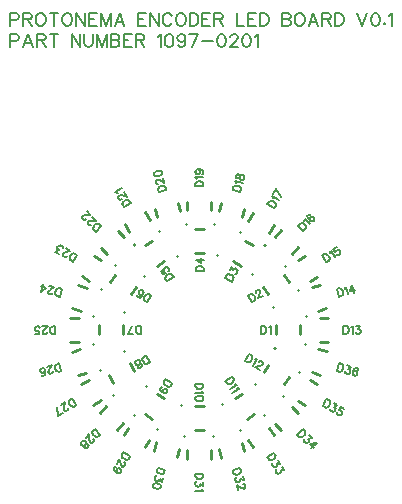
<source format=gto>
G04 Layer: TopSilkscreenLayer*
G04 EasyEDA v6.5.34, 2023-09-07 21:51:12*
G04 4e1002d8ee0c4305b874fa033b0cf6ff,5a6b42c53f6a479593ecc07194224c93,10*
G04 Gerber Generator version 0.2*
G04 Scale: 100 percent, Rotated: No, Reflected: No *
G04 Dimensions in millimeters *
G04 leading zeros omitted , absolute positions ,4 integer and 5 decimal *
%FSLAX45Y45*%
%MOMM*%

%ADD10C,0.1524*%
%ADD11C,0.2540*%

%LPD*%
D10*
X762000Y5423915D02*
G01*
X762000Y5314950D01*
X762000Y5423915D02*
G01*
X808736Y5423915D01*
X824229Y5418836D01*
X829563Y5413502D01*
X834644Y5403087D01*
X834644Y5387594D01*
X829563Y5377179D01*
X824229Y5372100D01*
X808736Y5366765D01*
X762000Y5366765D01*
X910589Y5423915D02*
G01*
X868934Y5314950D01*
X910589Y5423915D02*
G01*
X952245Y5314950D01*
X884681Y5351271D02*
G01*
X936497Y5351271D01*
X986536Y5423915D02*
G01*
X986536Y5314950D01*
X986536Y5423915D02*
G01*
X1033271Y5423915D01*
X1048765Y5418836D01*
X1054100Y5413502D01*
X1059179Y5403087D01*
X1059179Y5392673D01*
X1054100Y5382260D01*
X1048765Y5377179D01*
X1033271Y5372100D01*
X986536Y5372100D01*
X1022857Y5372100D02*
G01*
X1059179Y5314950D01*
X1129792Y5423915D02*
G01*
X1129792Y5314950D01*
X1093470Y5423915D02*
G01*
X1166113Y5423915D01*
X1280413Y5423915D02*
G01*
X1280413Y5314950D01*
X1280413Y5423915D02*
G01*
X1353312Y5314950D01*
X1353312Y5423915D02*
G01*
X1353312Y5314950D01*
X1387602Y5423915D02*
G01*
X1387602Y5345937D01*
X1392681Y5330444D01*
X1403095Y5320029D01*
X1418589Y5314950D01*
X1429004Y5314950D01*
X1444752Y5320029D01*
X1455165Y5330444D01*
X1460245Y5345937D01*
X1460245Y5423915D01*
X1494536Y5423915D02*
G01*
X1494536Y5314950D01*
X1494536Y5423915D02*
G01*
X1536192Y5314950D01*
X1577594Y5423915D02*
G01*
X1536192Y5314950D01*
X1577594Y5423915D02*
G01*
X1577594Y5314950D01*
X1611884Y5423915D02*
G01*
X1611884Y5314950D01*
X1611884Y5423915D02*
G01*
X1658620Y5423915D01*
X1674368Y5418836D01*
X1679447Y5413502D01*
X1684781Y5403087D01*
X1684781Y5392673D01*
X1679447Y5382260D01*
X1674368Y5377179D01*
X1658620Y5372100D01*
X1611884Y5372100D02*
G01*
X1658620Y5372100D01*
X1674368Y5366765D01*
X1679447Y5361686D01*
X1684781Y5351271D01*
X1684781Y5335523D01*
X1679447Y5325110D01*
X1674368Y5320029D01*
X1658620Y5314950D01*
X1611884Y5314950D01*
X1719071Y5423915D02*
G01*
X1719071Y5314950D01*
X1719071Y5423915D02*
G01*
X1786636Y5423915D01*
X1719071Y5372100D02*
G01*
X1760473Y5372100D01*
X1719071Y5314950D02*
G01*
X1786636Y5314950D01*
X1820926Y5423915D02*
G01*
X1820926Y5314950D01*
X1820926Y5423915D02*
G01*
X1867662Y5423915D01*
X1883155Y5418836D01*
X1888489Y5413502D01*
X1893570Y5403087D01*
X1893570Y5392673D01*
X1888489Y5382260D01*
X1883155Y5377179D01*
X1867662Y5372100D01*
X1820926Y5372100D01*
X1857247Y5372100D02*
G01*
X1893570Y5314950D01*
X2007870Y5403087D02*
G01*
X2018284Y5408421D01*
X2033777Y5423915D01*
X2033777Y5314950D01*
X2099309Y5423915D02*
G01*
X2083815Y5418836D01*
X2073402Y5403087D01*
X2068068Y5377179D01*
X2068068Y5361686D01*
X2073402Y5335523D01*
X2083815Y5320029D01*
X2099309Y5314950D01*
X2109724Y5314950D01*
X2125218Y5320029D01*
X2135631Y5335523D01*
X2140965Y5361686D01*
X2140965Y5377179D01*
X2135631Y5403087D01*
X2125218Y5418836D01*
X2109724Y5423915D01*
X2099309Y5423915D01*
X2242820Y5387594D02*
G01*
X2237486Y5372100D01*
X2227072Y5361686D01*
X2211577Y5356352D01*
X2206243Y5356352D01*
X2190750Y5361686D01*
X2180336Y5372100D01*
X2175256Y5387594D01*
X2175256Y5392673D01*
X2180336Y5408421D01*
X2190750Y5418836D01*
X2206243Y5423915D01*
X2211577Y5423915D01*
X2227072Y5418836D01*
X2237486Y5408421D01*
X2242820Y5387594D01*
X2242820Y5361686D01*
X2237486Y5335523D01*
X2227072Y5320029D01*
X2211577Y5314950D01*
X2201163Y5314950D01*
X2185670Y5320029D01*
X2180336Y5330444D01*
X2349754Y5423915D02*
G01*
X2297684Y5314950D01*
X2277109Y5423915D02*
G01*
X2349754Y5423915D01*
X2384043Y5361686D02*
G01*
X2477515Y5361686D01*
X2543047Y5423915D02*
G01*
X2527300Y5418836D01*
X2517140Y5403087D01*
X2511806Y5377179D01*
X2511806Y5361686D01*
X2517140Y5335523D01*
X2527300Y5320029D01*
X2543047Y5314950D01*
X2553461Y5314950D01*
X2568956Y5320029D01*
X2579370Y5335523D01*
X2584450Y5361686D01*
X2584450Y5377179D01*
X2579370Y5403087D01*
X2568956Y5418836D01*
X2553461Y5423915D01*
X2543047Y5423915D01*
X2624074Y5398007D02*
G01*
X2624074Y5403087D01*
X2629154Y5413502D01*
X2634488Y5418836D01*
X2644902Y5423915D01*
X2665729Y5423915D01*
X2675890Y5418836D01*
X2681224Y5413502D01*
X2686304Y5403087D01*
X2686304Y5392673D01*
X2681224Y5382260D01*
X2670809Y5366765D01*
X2618740Y5314950D01*
X2691638Y5314950D01*
X2757170Y5423915D02*
G01*
X2741422Y5418836D01*
X2731008Y5403087D01*
X2725927Y5377179D01*
X2725927Y5361686D01*
X2731008Y5335523D01*
X2741422Y5320029D01*
X2757170Y5314950D01*
X2767329Y5314950D01*
X2783077Y5320029D01*
X2793491Y5335523D01*
X2798572Y5361686D01*
X2798572Y5377179D01*
X2793491Y5403087D01*
X2783077Y5418836D01*
X2767329Y5423915D01*
X2757170Y5423915D01*
X2832861Y5403087D02*
G01*
X2843275Y5408421D01*
X2858770Y5423915D01*
X2858770Y5314950D01*
X762000Y5601715D02*
G01*
X762000Y5492750D01*
X762000Y5601715D02*
G01*
X808736Y5601715D01*
X824229Y5596636D01*
X829563Y5591302D01*
X834644Y5580887D01*
X834644Y5565394D01*
X829563Y5554979D01*
X824229Y5549900D01*
X808736Y5544565D01*
X762000Y5544565D01*
X868934Y5601715D02*
G01*
X868934Y5492750D01*
X868934Y5601715D02*
G01*
X915670Y5601715D01*
X931418Y5596636D01*
X936497Y5591302D01*
X941831Y5580887D01*
X941831Y5570473D01*
X936497Y5560060D01*
X931418Y5554979D01*
X915670Y5549900D01*
X868934Y5549900D01*
X905510Y5549900D02*
G01*
X941831Y5492750D01*
X1007110Y5601715D02*
G01*
X996950Y5596636D01*
X986536Y5586221D01*
X981202Y5575807D01*
X976121Y5560060D01*
X976121Y5534152D01*
X981202Y5518657D01*
X986536Y5508244D01*
X996950Y5497829D01*
X1007110Y5492750D01*
X1027937Y5492750D01*
X1038352Y5497829D01*
X1048765Y5508244D01*
X1054100Y5518657D01*
X1059179Y5534152D01*
X1059179Y5560060D01*
X1054100Y5575807D01*
X1048765Y5586221D01*
X1038352Y5596636D01*
X1027937Y5601715D01*
X1007110Y5601715D01*
X1129792Y5601715D02*
G01*
X1129792Y5492750D01*
X1093470Y5601715D02*
G01*
X1166113Y5601715D01*
X1231645Y5601715D02*
G01*
X1221231Y5596636D01*
X1210818Y5586221D01*
X1205737Y5575807D01*
X1200404Y5560060D01*
X1200404Y5534152D01*
X1205737Y5518657D01*
X1210818Y5508244D01*
X1221231Y5497829D01*
X1231645Y5492750D01*
X1252473Y5492750D01*
X1262887Y5497829D01*
X1273302Y5508244D01*
X1278381Y5518657D01*
X1283715Y5534152D01*
X1283715Y5560060D01*
X1278381Y5575807D01*
X1273302Y5586221D01*
X1262887Y5596636D01*
X1252473Y5601715D01*
X1231645Y5601715D01*
X1318005Y5601715D02*
G01*
X1318005Y5492750D01*
X1318005Y5601715D02*
G01*
X1390650Y5492750D01*
X1390650Y5601715D02*
G01*
X1390650Y5492750D01*
X1424939Y5601715D02*
G01*
X1424939Y5492750D01*
X1424939Y5601715D02*
G01*
X1492504Y5601715D01*
X1424939Y5549900D02*
G01*
X1466595Y5549900D01*
X1424939Y5492750D02*
G01*
X1492504Y5492750D01*
X1526794Y5601715D02*
G01*
X1526794Y5492750D01*
X1526794Y5601715D02*
G01*
X1568450Y5492750D01*
X1609852Y5601715D02*
G01*
X1568450Y5492750D01*
X1609852Y5601715D02*
G01*
X1609852Y5492750D01*
X1685797Y5601715D02*
G01*
X1644142Y5492750D01*
X1685797Y5601715D02*
G01*
X1727200Y5492750D01*
X1659889Y5529071D02*
G01*
X1711705Y5529071D01*
X1841500Y5601715D02*
G01*
X1841500Y5492750D01*
X1841500Y5601715D02*
G01*
X1909063Y5601715D01*
X1841500Y5549900D02*
G01*
X1883155Y5549900D01*
X1841500Y5492750D02*
G01*
X1909063Y5492750D01*
X1943354Y5601715D02*
G01*
X1943354Y5492750D01*
X1943354Y5601715D02*
G01*
X2016252Y5492750D01*
X2016252Y5601715D02*
G01*
X2016252Y5492750D01*
X2128520Y5575807D02*
G01*
X2123186Y5586221D01*
X2112772Y5596636D01*
X2102358Y5601715D01*
X2081529Y5601715D01*
X2071370Y5596636D01*
X2060956Y5586221D01*
X2055622Y5575807D01*
X2050541Y5560060D01*
X2050541Y5534152D01*
X2055622Y5518657D01*
X2060956Y5508244D01*
X2071370Y5497829D01*
X2081529Y5492750D01*
X2102358Y5492750D01*
X2112772Y5497829D01*
X2123186Y5508244D01*
X2128520Y5518657D01*
X2193797Y5601715D02*
G01*
X2183384Y5596636D01*
X2172970Y5586221D01*
X2167890Y5575807D01*
X2162809Y5560060D01*
X2162809Y5534152D01*
X2167890Y5518657D01*
X2172970Y5508244D01*
X2183384Y5497829D01*
X2193797Y5492750D01*
X2214625Y5492750D01*
X2225040Y5497829D01*
X2235454Y5508244D01*
X2240534Y5518657D01*
X2245868Y5534152D01*
X2245868Y5560060D01*
X2240534Y5575807D01*
X2235454Y5586221D01*
X2225040Y5596636D01*
X2214625Y5601715D01*
X2193797Y5601715D01*
X2280158Y5601715D02*
G01*
X2280158Y5492750D01*
X2280158Y5601715D02*
G01*
X2316479Y5601715D01*
X2331974Y5596636D01*
X2342388Y5586221D01*
X2347722Y5575807D01*
X2352802Y5560060D01*
X2352802Y5534152D01*
X2347722Y5518657D01*
X2342388Y5508244D01*
X2331974Y5497829D01*
X2316479Y5492750D01*
X2280158Y5492750D01*
X2387091Y5601715D02*
G01*
X2387091Y5492750D01*
X2387091Y5601715D02*
G01*
X2454656Y5601715D01*
X2387091Y5549900D02*
G01*
X2428747Y5549900D01*
X2387091Y5492750D02*
G01*
X2454656Y5492750D01*
X2488945Y5601715D02*
G01*
X2488945Y5492750D01*
X2488945Y5601715D02*
G01*
X2535681Y5601715D01*
X2551429Y5596636D01*
X2556509Y5591302D01*
X2561590Y5580887D01*
X2561590Y5570473D01*
X2556509Y5560060D01*
X2551429Y5554979D01*
X2535681Y5549900D01*
X2488945Y5549900D01*
X2525268Y5549900D02*
G01*
X2561590Y5492750D01*
X2675890Y5601715D02*
G01*
X2675890Y5492750D01*
X2675890Y5492750D02*
G01*
X2738374Y5492750D01*
X2772663Y5601715D02*
G01*
X2772663Y5492750D01*
X2772663Y5601715D02*
G01*
X2840227Y5601715D01*
X2772663Y5549900D02*
G01*
X2814320Y5549900D01*
X2772663Y5492750D02*
G01*
X2840227Y5492750D01*
X2874518Y5601715D02*
G01*
X2874518Y5492750D01*
X2874518Y5601715D02*
G01*
X2910840Y5601715D01*
X2926334Y5596636D01*
X2936747Y5586221D01*
X2942081Y5575807D01*
X2947161Y5560060D01*
X2947161Y5534152D01*
X2942081Y5518657D01*
X2936747Y5508244D01*
X2926334Y5497829D01*
X2910840Y5492750D01*
X2874518Y5492750D01*
X3061461Y5601715D02*
G01*
X3061461Y5492750D01*
X3061461Y5601715D02*
G01*
X3108197Y5601715D01*
X3123945Y5596636D01*
X3129025Y5591302D01*
X3134359Y5580887D01*
X3134359Y5570473D01*
X3129025Y5560060D01*
X3123945Y5554979D01*
X3108197Y5549900D01*
X3061461Y5549900D02*
G01*
X3108197Y5549900D01*
X3123945Y5544565D01*
X3129025Y5539486D01*
X3134359Y5529071D01*
X3134359Y5513323D01*
X3129025Y5502910D01*
X3123945Y5497829D01*
X3108197Y5492750D01*
X3061461Y5492750D01*
X3199638Y5601715D02*
G01*
X3189224Y5596636D01*
X3178809Y5586221D01*
X3173729Y5575807D01*
X3168650Y5560060D01*
X3168650Y5534152D01*
X3173729Y5518657D01*
X3178809Y5508244D01*
X3189224Y5497829D01*
X3199638Y5492750D01*
X3220465Y5492750D01*
X3230879Y5497829D01*
X3241293Y5508244D01*
X3246374Y5518657D01*
X3251708Y5534152D01*
X3251708Y5560060D01*
X3246374Y5575807D01*
X3241293Y5586221D01*
X3230879Y5596636D01*
X3220465Y5601715D01*
X3199638Y5601715D01*
X3327400Y5601715D02*
G01*
X3285997Y5492750D01*
X3327400Y5601715D02*
G01*
X3369056Y5492750D01*
X3301491Y5529071D02*
G01*
X3353561Y5529071D01*
X3403345Y5601715D02*
G01*
X3403345Y5492750D01*
X3403345Y5601715D02*
G01*
X3450081Y5601715D01*
X3465829Y5596636D01*
X3470909Y5591302D01*
X3475990Y5580887D01*
X3475990Y5570473D01*
X3470909Y5560060D01*
X3465829Y5554979D01*
X3450081Y5549900D01*
X3403345Y5549900D01*
X3439668Y5549900D02*
G01*
X3475990Y5492750D01*
X3510279Y5601715D02*
G01*
X3510279Y5492750D01*
X3510279Y5601715D02*
G01*
X3546856Y5601715D01*
X3562350Y5596636D01*
X3572763Y5586221D01*
X3577843Y5575807D01*
X3583177Y5560060D01*
X3583177Y5534152D01*
X3577843Y5518657D01*
X3572763Y5508244D01*
X3562350Y5497829D01*
X3546856Y5492750D01*
X3510279Y5492750D01*
X3697477Y5601715D02*
G01*
X3738879Y5492750D01*
X3780536Y5601715D02*
G01*
X3738879Y5492750D01*
X3846068Y5601715D02*
G01*
X3830320Y5596636D01*
X3820159Y5580887D01*
X3814825Y5554979D01*
X3814825Y5539486D01*
X3820159Y5513323D01*
X3830320Y5497829D01*
X3846068Y5492750D01*
X3856481Y5492750D01*
X3871975Y5497829D01*
X3882390Y5513323D01*
X3887470Y5539486D01*
X3887470Y5554979D01*
X3882390Y5580887D01*
X3871975Y5596636D01*
X3856481Y5601715D01*
X3846068Y5601715D01*
X3927093Y5518657D02*
G01*
X3921759Y5513323D01*
X3927093Y5508244D01*
X3932174Y5513323D01*
X3927093Y5518657D01*
X3966463Y5580887D02*
G01*
X3976877Y5586221D01*
X3992625Y5601715D01*
X3992625Y5492750D01*
X2882900Y2953512D02*
G01*
X2882900Y2886710D01*
X2882900Y2953512D02*
G01*
X2905252Y2953512D01*
X2914650Y2950463D01*
X2921000Y2943860D01*
X2924302Y2937510D01*
X2927350Y2928112D01*
X2927350Y2912110D01*
X2924302Y2902712D01*
X2921000Y2896362D01*
X2914650Y2890012D01*
X2905252Y2886710D01*
X2882900Y2886710D01*
X2948431Y2940812D02*
G01*
X2954781Y2943860D01*
X2964434Y2953512D01*
X2964434Y2886710D01*
X2771388Y3210755D02*
G01*
X2804789Y3152902D01*
X2771388Y3210755D02*
G01*
X2790746Y3221931D01*
X2800410Y3223988D01*
X2809212Y3221446D01*
X2815247Y3217598D01*
X2822585Y3210981D01*
X2830586Y3197123D01*
X2832646Y3187461D01*
X2832961Y3180311D01*
X2830636Y3171637D01*
X2824147Y3164078D01*
X2804789Y3152902D01*
X2839003Y3231314D02*
G01*
X2837352Y3234171D01*
X2836816Y3241194D01*
X2838025Y3245705D01*
X2842000Y3251522D01*
X2852999Y3257872D01*
X2860022Y3258405D01*
X2864312Y3257069D01*
X2870347Y3253221D01*
X2873522Y3247722D01*
X2873837Y3240572D01*
X2873164Y3229038D01*
X2861543Y3185668D01*
X2900037Y3207893D01*
X2580439Y3362705D02*
G01*
X2638290Y3329304D01*
X2580439Y3362705D02*
G01*
X2591615Y3382063D01*
X2598953Y3388677D01*
X2607848Y3390874D01*
X2614998Y3390559D01*
X2624660Y3388499D01*
X2638518Y3380498D01*
X2645133Y3373160D01*
X2648981Y3367125D01*
X2651305Y3358451D01*
X2649466Y3348662D01*
X2638290Y3329304D01*
X2616380Y3424956D02*
G01*
X2633906Y3455314D01*
X2646377Y3426114D01*
X2651076Y3434255D01*
X2657111Y3438103D01*
X2661401Y3439439D01*
X2671284Y3437252D01*
X2676784Y3434077D01*
X2683398Y3426739D01*
X2685722Y3418062D01*
X2683756Y3408055D01*
X2679057Y3399914D01*
X2671371Y3393206D01*
X2667208Y3392091D01*
X2660058Y3392406D01*
X2329675Y3416297D02*
G01*
X2396477Y3416297D01*
X2329675Y3416297D02*
G01*
X2329675Y3438649D01*
X2332723Y3448047D01*
X2339327Y3454397D01*
X2345677Y3457699D01*
X2355075Y3460747D01*
X2371077Y3460747D01*
X2380475Y3457699D01*
X2386825Y3454397D01*
X2393175Y3448047D01*
X2396477Y3438649D01*
X2396477Y3416297D01*
X2329675Y3513579D02*
G01*
X2374125Y3481829D01*
X2374125Y3529581D01*
X2329675Y3513579D02*
G01*
X2396477Y3513579D01*
X2085134Y3330186D02*
G01*
X2142985Y3363587D01*
X2085134Y3330186D02*
G01*
X2073958Y3349543D01*
X2071898Y3359205D01*
X2074443Y3368006D01*
X2078291Y3374042D01*
X2084905Y3381380D01*
X2098763Y3389381D01*
X2108426Y3391441D01*
X2115576Y3391755D01*
X2124250Y3389431D01*
X2131809Y3382944D01*
X2142985Y3363587D01*
X2033318Y3419934D02*
G01*
X2049193Y3392436D01*
X2075573Y3404148D01*
X2071189Y3405136D01*
X2063724Y3411971D01*
X2059025Y3420112D01*
X2056838Y3429993D01*
X2059162Y3438669D01*
X2065997Y3446134D01*
X2071497Y3449309D01*
X2081159Y3451369D01*
X2089833Y3449043D01*
X2097519Y3442337D01*
X2102218Y3434196D01*
X2104184Y3424186D01*
X2103069Y3420023D01*
X2099221Y3413988D01*
X1920483Y3151934D02*
G01*
X1953884Y3209787D01*
X1920483Y3151934D02*
G01*
X1901126Y3163110D01*
X1894512Y3170448D01*
X1892315Y3179343D01*
X1892630Y3186493D01*
X1894690Y3196155D01*
X1902691Y3210013D01*
X1910029Y3216630D01*
X1916064Y3220478D01*
X1924738Y3222802D01*
X1934527Y3220963D01*
X1953884Y3209787D01*
X1835561Y3212109D02*
G01*
X1834898Y3204865D01*
X1841733Y3197400D01*
X1847232Y3194225D01*
X1856897Y3192165D01*
X1867222Y3197349D01*
X1878083Y3209556D01*
X1885957Y3223196D01*
X1889447Y3235845D01*
X1887123Y3244519D01*
X1880633Y3252078D01*
X1877776Y3253729D01*
X1867984Y3255568D01*
X1859310Y3253244D01*
X1851751Y3246754D01*
X1850100Y3243897D01*
X1848261Y3234105D01*
X1850585Y3225431D01*
X1857075Y3217872D01*
X1859932Y3216221D01*
X1869724Y3214382D01*
X1878398Y3216706D01*
X1885957Y3223196D01*
X1866894Y2888477D02*
G01*
X1866894Y2955279D01*
X1866894Y2888477D02*
G01*
X1844542Y2888477D01*
X1835144Y2891525D01*
X1828794Y2898129D01*
X1825492Y2904479D01*
X1822444Y2913877D01*
X1822444Y2929879D01*
X1825492Y2939277D01*
X1828794Y2945627D01*
X1835144Y2951977D01*
X1844542Y2955279D01*
X1866894Y2955279D01*
X1756912Y2888477D02*
G01*
X1788662Y2955279D01*
X1801362Y2888477D02*
G01*
X1756912Y2888477D01*
X1940306Y2643936D02*
G01*
X1906904Y2701787D01*
X1940306Y2643936D02*
G01*
X1920946Y2632760D01*
X1911283Y2630700D01*
X1902482Y2633245D01*
X1896447Y2637094D01*
X1889109Y2643708D01*
X1881108Y2657566D01*
X1879048Y2667228D01*
X1878733Y2674381D01*
X1881057Y2683055D01*
X1887545Y2690611D01*
X1906904Y2701787D01*
X1869694Y2603169D02*
G01*
X1876529Y2610634D01*
X1875866Y2617878D01*
X1872691Y2623378D01*
X1866877Y2627353D01*
X1859854Y2626817D01*
X1847204Y2623327D01*
X1837321Y2621140D01*
X1828647Y2623464D01*
X1822833Y2627439D01*
X1818007Y2635798D01*
X1817471Y2642821D01*
X1818807Y2647114D01*
X1825294Y2654670D01*
X1836293Y2661020D01*
X1846303Y2662989D01*
X1850466Y2661871D01*
X1856501Y2658023D01*
X1861327Y2649664D01*
X1861642Y2642514D01*
X1859318Y2633840D01*
X1852703Y2626502D01*
X1843356Y2617292D01*
X1839381Y2611478D01*
X1839696Y2604328D01*
X1842871Y2598828D01*
X1849033Y2594759D01*
X1858695Y2596819D01*
X1869694Y2603169D01*
X2131250Y2466583D02*
G01*
X2073396Y2499984D01*
X2131250Y2466583D02*
G01*
X2120074Y2447226D01*
X2112733Y2440609D01*
X2103841Y2438412D01*
X2096691Y2438727D01*
X2087026Y2440787D01*
X2073168Y2448788D01*
X2066554Y2456126D01*
X2062706Y2462161D01*
X2060381Y2470835D01*
X2062220Y2480627D01*
X2073396Y2499984D01*
X2058423Y2385151D02*
G01*
X2051936Y2392710D01*
X2049612Y2401384D01*
X2051451Y2411173D01*
X2053102Y2414033D01*
X2060661Y2420520D01*
X2069335Y2422845D01*
X2079124Y2421006D01*
X2081984Y2419355D01*
X2088474Y2411796D01*
X2091016Y2402994D01*
X2088959Y2393332D01*
X2087308Y2390472D01*
X2079967Y2383858D01*
X2071075Y2381661D01*
X2058423Y2385151D01*
X2044786Y2393025D01*
X2032579Y2403886D01*
X2027615Y2414084D01*
X2029454Y2423873D01*
X2032629Y2429372D01*
X2040315Y2436080D01*
X2047339Y2435545D01*
X2394711Y2463789D02*
G01*
X2327909Y2463789D01*
X2394711Y2463789D02*
G01*
X2394711Y2441437D01*
X2391663Y2432039D01*
X2385059Y2425689D01*
X2378709Y2422387D01*
X2369311Y2419339D01*
X2353309Y2419339D01*
X2343911Y2422387D01*
X2337561Y2425689D01*
X2331211Y2432039D01*
X2327909Y2441437D01*
X2327909Y2463789D01*
X2382011Y2398257D02*
G01*
X2385059Y2391907D01*
X2394711Y2382255D01*
X2327909Y2382255D01*
X2394711Y2342123D02*
G01*
X2391663Y2351775D01*
X2382011Y2358125D01*
X2366009Y2361427D01*
X2356611Y2361427D01*
X2340609Y2358125D01*
X2331211Y2351775D01*
X2327909Y2342123D01*
X2327909Y2335773D01*
X2331211Y2326375D01*
X2340609Y2320025D01*
X2356611Y2316723D01*
X2366009Y2316723D01*
X2382011Y2320025D01*
X2391663Y2326375D01*
X2394711Y2335773D01*
X2394711Y2342123D01*
X2639255Y2524500D02*
G01*
X2581402Y2491099D01*
X2639255Y2524500D02*
G01*
X2650431Y2505143D01*
X2652488Y2495478D01*
X2649946Y2486677D01*
X2646098Y2480642D01*
X2639481Y2473304D01*
X2625623Y2465303D01*
X2615961Y2463243D01*
X2608811Y2462928D01*
X2600137Y2465252D01*
X2592577Y2471742D01*
X2581402Y2491099D01*
X2661020Y2461397D02*
G01*
X2666837Y2457422D01*
X2680022Y2453888D01*
X2622168Y2420487D01*
X2679435Y2429502D02*
G01*
X2685252Y2425527D01*
X2698437Y2421994D01*
X2640584Y2388593D01*
X2778508Y2715447D02*
G01*
X2745107Y2657596D01*
X2778508Y2715447D02*
G01*
X2797865Y2704271D01*
X2804480Y2696933D01*
X2806677Y2688038D01*
X2806362Y2680888D01*
X2804302Y2671226D01*
X2796301Y2657368D01*
X2788963Y2650754D01*
X2782928Y2646906D01*
X2774254Y2644581D01*
X2764464Y2646420D01*
X2745107Y2657596D01*
X2828909Y2671683D02*
G01*
X2835932Y2671147D01*
X2849118Y2674680D01*
X2815716Y2616829D01*
X2862013Y2648757D02*
G01*
X2863664Y2651617D01*
X2869481Y2655592D01*
X2873989Y2656801D01*
X2881015Y2656265D01*
X2892013Y2649915D01*
X2895988Y2644101D01*
X2897197Y2639590D01*
X2896661Y2632567D01*
X2893486Y2627068D01*
X2887672Y2623093D01*
X2877345Y2617909D01*
X2833756Y2606415D01*
X2872470Y2584063D01*
X3581400Y2953512D02*
G01*
X3581400Y2886710D01*
X3581400Y2953512D02*
G01*
X3603752Y2953512D01*
X3613150Y2950463D01*
X3619500Y2943860D01*
X3622802Y2937510D01*
X3625850Y2928112D01*
X3625850Y2912110D01*
X3622802Y2902712D01*
X3619500Y2896362D01*
X3613150Y2890012D01*
X3603752Y2886710D01*
X3581400Y2886710D01*
X3646931Y2940812D02*
G01*
X3653281Y2943860D01*
X3662934Y2953512D01*
X3662934Y2886710D01*
X3690111Y2953512D02*
G01*
X3725163Y2953512D01*
X3706113Y2928112D01*
X3715765Y2928112D01*
X3722115Y2924810D01*
X3725163Y2921762D01*
X3728465Y2912110D01*
X3728465Y2905760D01*
X3725163Y2896362D01*
X3718813Y2890012D01*
X3709415Y2886710D01*
X3699763Y2886710D01*
X3690111Y2890012D01*
X3687063Y2893060D01*
X3683761Y2899410D01*
X3524686Y3264509D02*
G01*
X3541976Y3199983D01*
X3524686Y3264509D02*
G01*
X3546276Y3270293D01*
X3556142Y3269782D01*
X3563985Y3265048D01*
X3568819Y3259767D01*
X3574196Y3251479D01*
X3578336Y3236023D01*
X3577826Y3226155D01*
X3576279Y3219168D01*
X3571788Y3211390D01*
X3563566Y3205769D01*
X3541976Y3199983D01*
X3591272Y3269203D02*
G01*
X3596617Y3273790D01*
X3603442Y3285611D01*
X3620731Y3221085D01*
X3654473Y3299284D02*
G01*
X3635065Y3248068D01*
X3681188Y3260425D01*
X3654473Y3299284D02*
G01*
X3671763Y3234758D01*
X3402134Y3550848D02*
G01*
X3435535Y3492997D01*
X3402134Y3550848D02*
G01*
X3421491Y3562024D01*
X3431153Y3564084D01*
X3439955Y3561539D01*
X3445990Y3557691D01*
X3453328Y3551077D01*
X3461329Y3537219D01*
X3463389Y3527557D01*
X3463704Y3520406D01*
X3461379Y3511732D01*
X3454892Y3504173D01*
X3435535Y3492997D01*
X3465235Y3572616D02*
G01*
X3469210Y3578430D01*
X3472743Y3591615D01*
X3506144Y3533764D01*
X3523998Y3621206D02*
G01*
X3496282Y3605204D01*
X3507991Y3578824D01*
X3508982Y3583208D01*
X3515817Y3590673D01*
X3524173Y3595499D01*
X3533838Y3597559D01*
X3542512Y3595235D01*
X3550198Y3588527D01*
X3553373Y3583028D01*
X3555212Y3573238D01*
X3552888Y3564564D01*
X3546398Y3557005D01*
X3538042Y3552179D01*
X3528032Y3550213D01*
X3523866Y3551328D01*
X3517833Y3555177D01*
X3194745Y3803393D02*
G01*
X3241982Y3756159D01*
X3194745Y3803393D02*
G01*
X3210552Y3819199D01*
X3219353Y3823690D01*
X3228512Y3823510D01*
X3235337Y3821356D01*
X3244138Y3816865D01*
X3255451Y3805549D01*
X3259942Y3796748D01*
X3262099Y3789923D01*
X3262099Y3780944D01*
X3257788Y3771963D01*
X3241982Y3756159D01*
X3250064Y3840751D02*
G01*
X3252398Y3847398D01*
X3252398Y3861048D01*
X3299635Y3813812D01*
X3301072Y3896070D02*
G01*
X3294067Y3898404D01*
X3285266Y3893916D01*
X3280778Y3889425D01*
X3276107Y3880444D01*
X3278441Y3869131D01*
X3287422Y3855481D01*
X3298558Y3844343D01*
X3309874Y3837698D01*
X3318852Y3837698D01*
X3328014Y3842189D01*
X3330168Y3844343D01*
X3334659Y3853505D01*
X3334659Y3862484D01*
X3330168Y3871285D01*
X3327834Y3873619D01*
X3319033Y3878110D01*
X3310054Y3878110D01*
X3300892Y3873619D01*
X3298738Y3871465D01*
X3294247Y3862306D01*
X3294247Y3853324D01*
X3298558Y3844343D01*
X2937283Y3981937D02*
G01*
X2995137Y3948536D01*
X2937283Y3981937D02*
G01*
X2948459Y4001295D01*
X2955800Y4007909D01*
X2964693Y4010106D01*
X2971843Y4009791D01*
X2981507Y4007731D01*
X2995363Y3999730D01*
X3001980Y3992392D01*
X3005828Y3986357D01*
X3008152Y3977683D01*
X3006313Y3967894D01*
X2995137Y3948536D01*
X2981048Y4032338D02*
G01*
X2981584Y4039362D01*
X2978050Y4052547D01*
X3035904Y4019146D01*
X3010816Y4109300D02*
G01*
X3052668Y4048183D01*
X2988464Y4070586D02*
G01*
X3010816Y4109300D01*
X2642415Y4104177D02*
G01*
X2706941Y4086887D01*
X2642415Y4104177D02*
G01*
X2648201Y4125767D01*
X2653576Y4134055D01*
X2661599Y4138480D01*
X2668587Y4140027D01*
X2678455Y4140537D01*
X2693911Y4136397D01*
X2702199Y4131020D01*
X2707479Y4126186D01*
X2711968Y4118409D01*
X2712725Y4108477D01*
X2706941Y4086887D01*
X2671643Y4164190D02*
G01*
X2670342Y4171111D01*
X2663517Y4182932D01*
X2728043Y4165643D01*
X2673050Y4218508D02*
G01*
X2673497Y4208396D01*
X2679085Y4203743D01*
X2685219Y4202099D01*
X2692143Y4203400D01*
X2696730Y4208744D01*
X2703271Y4220403D01*
X2708648Y4228691D01*
X2716425Y4233181D01*
X2723413Y4234728D01*
X2732737Y4232229D01*
X2738015Y4227395D01*
X2740172Y4223664D01*
X2740863Y4213486D01*
X2737576Y4201218D01*
X2731889Y4192750D01*
X2728155Y4190593D01*
X2721168Y4189049D01*
X2711843Y4191546D01*
X2706565Y4196379D01*
X2702074Y4204157D01*
X2701627Y4214268D01*
X2701726Y4227390D01*
X2700426Y4234312D01*
X2695079Y4238901D01*
X2688948Y4240545D01*
X2681780Y4239308D01*
X2676337Y4230776D01*
X2673050Y4218508D01*
X2326794Y4134406D02*
G01*
X2393596Y4134406D01*
X2326794Y4134406D02*
G01*
X2326794Y4156758D01*
X2329842Y4166156D01*
X2336446Y4172506D01*
X2342796Y4175808D01*
X2352194Y4178856D01*
X2368196Y4178856D01*
X2377594Y4175808D01*
X2383944Y4172506D01*
X2390294Y4166156D01*
X2393596Y4156758D01*
X2393596Y4134406D01*
X2339494Y4199938D02*
G01*
X2336446Y4206288D01*
X2326794Y4215940D01*
X2393596Y4215940D01*
X2349146Y4278170D02*
G01*
X2358544Y4275122D01*
X2364894Y4268772D01*
X2368196Y4259120D01*
X2368196Y4256072D01*
X2364894Y4246420D01*
X2358544Y4240070D01*
X2349146Y4236768D01*
X2345844Y4236768D01*
X2336446Y4240070D01*
X2329842Y4246420D01*
X2326794Y4256072D01*
X2326794Y4259120D01*
X2329842Y4268772D01*
X2336446Y4275122D01*
X2349146Y4278170D01*
X2364894Y4278170D01*
X2380896Y4275122D01*
X2390294Y4268772D01*
X2393596Y4259120D01*
X2393596Y4252770D01*
X2390294Y4243118D01*
X2383944Y4240070D01*
X2016775Y4085648D02*
G01*
X2081301Y4102938D01*
X2016775Y4085648D02*
G01*
X2010991Y4107240D01*
X2011502Y4117106D01*
X2016239Y4124949D01*
X2021517Y4129783D01*
X2029805Y4135158D01*
X2045263Y4139300D01*
X2055129Y4138787D01*
X2062119Y4137243D01*
X2069894Y4132752D01*
X2075517Y4124530D01*
X2081301Y4102938D01*
X2014418Y4156280D02*
G01*
X2011227Y4155424D01*
X2004306Y4156725D01*
X2000262Y4159059D01*
X1995672Y4164406D01*
X1992386Y4176671D01*
X1993686Y4183595D01*
X1996086Y4187393D01*
X2001367Y4192226D01*
X2007501Y4193870D01*
X2014489Y4192323D01*
X2025456Y4188688D01*
X2064341Y4166237D01*
X2052835Y4209173D01*
X1977923Y4230649D02*
G01*
X1983300Y4222358D01*
X1994268Y4218724D01*
X2010577Y4219676D01*
X2019655Y4222109D01*
X2034258Y4229440D01*
X2041692Y4238005D01*
X2042449Y4247939D01*
X2040806Y4254070D01*
X2035119Y4262539D01*
X2024397Y4266242D01*
X2008151Y4265043D01*
X1999073Y4262612D01*
X1984405Y4255526D01*
X1976727Y4246895D01*
X1976280Y4236780D01*
X1977923Y4230649D01*
X1722818Y3958018D02*
G01*
X1780672Y3991419D01*
X1722818Y3958018D02*
G01*
X1711642Y3977375D01*
X1709585Y3987037D01*
X1712127Y3995839D01*
X1715975Y4001874D01*
X1722592Y4009212D01*
X1736448Y4017213D01*
X1746112Y4019273D01*
X1753262Y4019588D01*
X1761937Y4017263D01*
X1769496Y4010776D01*
X1780672Y3991419D01*
X1702259Y4025630D02*
G01*
X1699399Y4023979D01*
X1692376Y4023443D01*
X1687868Y4024652D01*
X1682051Y4028627D01*
X1675701Y4039626D01*
X1675168Y4046649D01*
X1676501Y4050941D01*
X1680349Y4056976D01*
X1685848Y4060151D01*
X1693001Y4060466D01*
X1704533Y4059793D01*
X1747906Y4048170D01*
X1725681Y4086666D01*
X1668284Y4077873D02*
G01*
X1662470Y4081848D01*
X1649285Y4085381D01*
X1707139Y4118782D01*
X1482973Y3751478D02*
G01*
X1530210Y3798712D01*
X1482973Y3751478D02*
G01*
X1467170Y3767282D01*
X1462679Y3776083D01*
X1462859Y3785242D01*
X1465013Y3792067D01*
X1469504Y3800868D01*
X1480820Y3812184D01*
X1489621Y3816675D01*
X1496446Y3818829D01*
X1505424Y3818829D01*
X1514406Y3814518D01*
X1530210Y3798712D01*
X1445615Y3811465D02*
G01*
X1443281Y3809131D01*
X1436636Y3806794D01*
X1431965Y3806794D01*
X1425320Y3809131D01*
X1416342Y3818110D01*
X1414005Y3824757D01*
X1414185Y3829245D01*
X1416342Y3836070D01*
X1420830Y3840561D01*
X1427655Y3842717D01*
X1438970Y3845052D01*
X1483873Y3845052D01*
X1452440Y3876481D01*
X1399278Y3857802D02*
G01*
X1396944Y3855468D01*
X1390299Y3853134D01*
X1385628Y3853134D01*
X1378983Y3855468D01*
X1370002Y3864449D01*
X1367668Y3871094D01*
X1367848Y3875585D01*
X1370002Y3882410D01*
X1374493Y3886898D01*
X1381318Y3889054D01*
X1392633Y3891389D01*
X1437533Y3891389D01*
X1406103Y3922821D01*
X1290751Y3497061D02*
G01*
X1324152Y3554912D01*
X1290751Y3497061D02*
G01*
X1271394Y3508237D01*
X1264780Y3515575D01*
X1262583Y3524470D01*
X1262898Y3531621D01*
X1264958Y3541283D01*
X1272959Y3555141D01*
X1280297Y3561755D01*
X1286332Y3565603D01*
X1295006Y3567927D01*
X1304795Y3566088D01*
X1324152Y3554912D01*
X1239141Y3545337D02*
G01*
X1237490Y3542477D01*
X1231673Y3538501D01*
X1227165Y3537292D01*
X1220142Y3537828D01*
X1209141Y3544178D01*
X1205166Y3549992D01*
X1204178Y3554376D01*
X1204493Y3561527D01*
X1207668Y3567026D01*
X1213703Y3570874D01*
X1224028Y3576058D01*
X1267401Y3587678D01*
X1228905Y3609903D01*
X1171747Y3565768D02*
G01*
X1141392Y3583294D01*
X1170589Y3595766D01*
X1162451Y3600465D01*
X1158603Y3606500D01*
X1157267Y3610790D01*
X1159454Y3620673D01*
X1162629Y3626172D01*
X1169967Y3632786D01*
X1178641Y3635110D01*
X1188651Y3633144D01*
X1196789Y3628445D01*
X1203497Y3620759D01*
X1204612Y3616596D01*
X1204297Y3609446D01*
X1177960Y3200839D02*
G01*
X1195250Y3265365D01*
X1177960Y3200839D02*
G01*
X1156370Y3206622D01*
X1148082Y3212000D01*
X1143657Y3220024D01*
X1142111Y3227011D01*
X1141600Y3236876D01*
X1145740Y3252335D01*
X1151117Y3260623D01*
X1155951Y3265901D01*
X1163728Y3270392D01*
X1173660Y3271149D01*
X1195250Y3265365D01*
X1115613Y3234110D02*
G01*
X1114760Y3230920D01*
X1110173Y3225576D01*
X1106126Y3223242D01*
X1099205Y3221941D01*
X1086937Y3225228D01*
X1081592Y3229815D01*
X1079502Y3233793D01*
X1077958Y3240783D01*
X1079601Y3246915D01*
X1084435Y3252195D01*
X1093066Y3259874D01*
X1131951Y3282325D01*
X1089017Y3293828D01*
X1020693Y3242978D02*
G01*
X1062868Y3277697D01*
X1016741Y3290054D01*
X1020693Y3242978D02*
G01*
X1037983Y3307504D01*
X1140957Y2884375D02*
G01*
X1140957Y2951177D01*
X1140957Y2884375D02*
G01*
X1118605Y2884375D01*
X1109207Y2887423D01*
X1102857Y2894027D01*
X1099555Y2900377D01*
X1096507Y2909775D01*
X1096507Y2925777D01*
X1099555Y2935175D01*
X1102857Y2941525D01*
X1109207Y2947875D01*
X1118605Y2951177D01*
X1140957Y2951177D01*
X1072123Y2900377D02*
G01*
X1072123Y2897075D01*
X1069075Y2890725D01*
X1065773Y2887423D01*
X1059423Y2884375D01*
X1046723Y2884375D01*
X1040373Y2887423D01*
X1037325Y2890725D01*
X1034023Y2897075D01*
X1034023Y2903425D01*
X1037325Y2909775D01*
X1043675Y2919427D01*
X1075425Y2951177D01*
X1030975Y2951177D01*
X971793Y2884375D02*
G01*
X1003543Y2884375D01*
X1006591Y2913077D01*
X1003543Y2909775D01*
X993891Y2906727D01*
X984493Y2906727D01*
X974841Y2909775D01*
X968491Y2916125D01*
X965443Y2925777D01*
X965443Y2932127D01*
X968491Y2941525D01*
X974841Y2947875D01*
X984493Y2951177D01*
X993891Y2951177D01*
X1003543Y2947875D01*
X1006591Y2944827D01*
X1009893Y2938477D01*
X1190558Y2572669D02*
G01*
X1173269Y2637195D01*
X1190558Y2572669D02*
G01*
X1168968Y2566883D01*
X1159103Y2567396D01*
X1151260Y2572130D01*
X1146426Y2577409D01*
X1141049Y2585699D01*
X1136909Y2601155D01*
X1137419Y2611020D01*
X1138966Y2618011D01*
X1143457Y2625788D01*
X1151679Y2631409D01*
X1173269Y2637195D01*
X1119929Y2570309D02*
G01*
X1120785Y2567119D01*
X1119484Y2560198D01*
X1117147Y2556154D01*
X1111803Y2551567D01*
X1099535Y2548280D01*
X1092614Y2549580D01*
X1088814Y2551981D01*
X1083983Y2557259D01*
X1082339Y2563393D01*
X1083884Y2570380D01*
X1087521Y2581348D01*
X1109969Y2620233D01*
X1067036Y2608729D01*
X1024661Y2538209D02*
G01*
X1029314Y2532618D01*
X1039426Y2532171D01*
X1045560Y2533817D01*
X1053848Y2539192D01*
X1057485Y2550160D01*
X1056533Y2566471D01*
X1052456Y2581681D01*
X1045979Y2593096D01*
X1038202Y2597584D01*
X1028270Y2598341D01*
X1025080Y2597487D01*
X1016858Y2591866D01*
X1012367Y2584089D01*
X1011610Y2574155D01*
X1012466Y2570967D01*
X1018087Y2562743D01*
X1025865Y2558252D01*
X1035796Y2557495D01*
X1038987Y2558351D01*
X1047208Y2563972D01*
X1051699Y2571750D01*
X1052456Y2581681D01*
X1317340Y2282096D02*
G01*
X1283939Y2339947D01*
X1317340Y2282096D02*
G01*
X1297983Y2270920D01*
X1288321Y2268860D01*
X1279519Y2271405D01*
X1273484Y2275253D01*
X1266146Y2281867D01*
X1258145Y2295725D01*
X1256085Y2305387D01*
X1255770Y2312537D01*
X1258095Y2321212D01*
X1264582Y2328771D01*
X1283939Y2339947D01*
X1249728Y2261537D02*
G01*
X1251379Y2258677D01*
X1251915Y2251654D01*
X1250706Y2247143D01*
X1246731Y2241329D01*
X1235732Y2234979D01*
X1228709Y2234443D01*
X1224419Y2235779D01*
X1218384Y2239627D01*
X1215209Y2245126D01*
X1214894Y2252276D01*
X1215567Y2263810D01*
X1227188Y2307181D01*
X1188694Y2284956D01*
X1165341Y2194339D02*
G01*
X1159436Y2268065D01*
X1203838Y2216564D02*
G01*
X1165341Y2194339D01*
X1523037Y2033780D02*
G01*
X1475800Y2081016D01*
X1523037Y2033780D02*
G01*
X1507230Y2017974D01*
X1498429Y2013485D01*
X1489270Y2013663D01*
X1482445Y2015820D01*
X1473644Y2020310D01*
X1462331Y2031624D01*
X1457840Y2040425D01*
X1455684Y2047250D01*
X1455684Y2056231D01*
X1459994Y2065210D01*
X1475800Y2081016D01*
X1463047Y1996422D02*
G01*
X1465384Y1994087D01*
X1467718Y1987443D01*
X1467718Y1982772D01*
X1465384Y1976127D01*
X1456402Y1967146D01*
X1449758Y1964811D01*
X1445267Y1964992D01*
X1438442Y1967146D01*
X1433951Y1971636D01*
X1431797Y1978461D01*
X1429461Y1989777D01*
X1429461Y2034679D01*
X1398031Y2003247D01*
X1419044Y1929787D02*
G01*
X1423715Y1938769D01*
X1421201Y1945594D01*
X1416710Y1950085D01*
X1410065Y1952419D01*
X1403418Y1950085D01*
X1392105Y1943440D01*
X1383123Y1938769D01*
X1374145Y1938769D01*
X1367497Y1941103D01*
X1360672Y1947928D01*
X1358338Y1954575D01*
X1358519Y1959063D01*
X1362829Y1968045D01*
X1371808Y1977024D01*
X1380970Y1981514D01*
X1385280Y1981514D01*
X1392105Y1979361D01*
X1398930Y1972536D01*
X1401084Y1965711D01*
X1401084Y1956729D01*
X1396593Y1947928D01*
X1389948Y1936612D01*
X1387614Y1929968D01*
X1389768Y1923143D01*
X1394259Y1918652D01*
X1401264Y1916318D01*
X1410065Y1920808D01*
X1419044Y1929787D01*
X1773217Y1849178D02*
G01*
X1715366Y1882579D01*
X1773217Y1849178D02*
G01*
X1762041Y1829821D01*
X1754703Y1823206D01*
X1745808Y1821009D01*
X1738657Y1821324D01*
X1728995Y1823384D01*
X1715137Y1831385D01*
X1708523Y1838723D01*
X1704675Y1844758D01*
X1702351Y1853432D01*
X1704190Y1863222D01*
X1715366Y1882579D01*
X1724941Y1797568D02*
G01*
X1727801Y1795917D01*
X1731777Y1790103D01*
X1732986Y1785592D01*
X1732450Y1778568D01*
X1726100Y1767570D01*
X1720286Y1763595D01*
X1715902Y1762607D01*
X1708751Y1762922D01*
X1703252Y1766097D01*
X1699404Y1772132D01*
X1694220Y1782457D01*
X1682600Y1825828D01*
X1660375Y1787334D01*
X1667626Y1710994D02*
G01*
X1661139Y1718553D01*
X1658815Y1727227D01*
X1660654Y1737019D01*
X1662305Y1739877D01*
X1669864Y1746366D01*
X1678538Y1748690D01*
X1688327Y1746851D01*
X1691187Y1745200D01*
X1697675Y1737641D01*
X1700220Y1728840D01*
X1698160Y1719176D01*
X1696509Y1716318D01*
X1689171Y1709701D01*
X1680276Y1707504D01*
X1667626Y1710994D01*
X1653989Y1718868D01*
X1641782Y1729729D01*
X1636819Y1739927D01*
X1638658Y1749719D01*
X1641833Y1755218D01*
X1649519Y1761926D01*
X1656542Y1761390D01*
X2071471Y1737100D02*
G01*
X2006945Y1754390D01*
X2071471Y1737100D02*
G01*
X2065688Y1715510D01*
X2060310Y1707222D01*
X2052286Y1702798D01*
X2045299Y1701251D01*
X2035434Y1700740D01*
X2019975Y1704883D01*
X2011687Y1710258D01*
X2006409Y1715091D01*
X2001918Y1722869D01*
X2001161Y1732800D01*
X2006945Y1754390D01*
X2052868Y1667670D02*
G01*
X2043795Y1633811D01*
X2024192Y1658787D01*
X2021758Y1649709D01*
X2016927Y1644429D01*
X2013127Y1642028D01*
X2003016Y1641584D01*
X1996881Y1643227D01*
X1988593Y1648602D01*
X1984103Y1656379D01*
X1983412Y1666557D01*
X1985843Y1675635D01*
X1991532Y1684103D01*
X1995263Y1686260D01*
X2002254Y1687804D01*
X2032619Y1592102D02*
G01*
X2032109Y1601970D01*
X2024428Y1610601D01*
X2009825Y1617931D01*
X2000747Y1620365D01*
X1984438Y1621317D01*
X1973717Y1617616D01*
X1968093Y1609392D01*
X1966450Y1603258D01*
X1967141Y1593080D01*
X1974575Y1584515D01*
X1989244Y1577428D01*
X1998322Y1574998D01*
X2014567Y1573799D01*
X2025533Y1577433D01*
X2030976Y1585968D01*
X2032619Y1592102D01*
X2394711Y1701792D02*
G01*
X2327909Y1701792D01*
X2394711Y1701792D02*
G01*
X2394711Y1679440D01*
X2391663Y1670042D01*
X2385059Y1663692D01*
X2378709Y1660390D01*
X2369311Y1657342D01*
X2353309Y1657342D01*
X2343911Y1660390D01*
X2337561Y1663692D01*
X2331211Y1670042D01*
X2327909Y1679440D01*
X2327909Y1701792D01*
X2394711Y1629910D02*
G01*
X2394711Y1594858D01*
X2369311Y1613908D01*
X2369311Y1604510D01*
X2366009Y1598160D01*
X2362961Y1594858D01*
X2353309Y1591810D01*
X2346959Y1591810D01*
X2337561Y1594858D01*
X2331211Y1601208D01*
X2327909Y1610860D01*
X2327909Y1620258D01*
X2331211Y1629910D01*
X2334259Y1632958D01*
X2340609Y1636260D01*
X2382011Y1570728D02*
G01*
X2385059Y1564378D01*
X2394711Y1554726D01*
X2327909Y1554726D01*
X2708617Y1748137D02*
G01*
X2644091Y1730847D01*
X2708617Y1748137D02*
G01*
X2714401Y1726547D01*
X2713890Y1716679D01*
X2709400Y1708904D01*
X2703875Y1704004D01*
X2695587Y1698627D01*
X2680129Y1694487D01*
X2670263Y1694997D01*
X2663276Y1696544D01*
X2655498Y1701032D01*
X2649875Y1709257D01*
X2644091Y1730847D01*
X2727220Y1678703D02*
G01*
X2736293Y1644848D01*
X2706827Y1656674D01*
X2709260Y1647596D01*
X2707713Y1640608D01*
X2705625Y1636628D01*
X2697091Y1631187D01*
X2690957Y1629544D01*
X2681091Y1630055D01*
X2673314Y1634545D01*
X2667624Y1643014D01*
X2665194Y1652092D01*
X2665884Y1662269D01*
X2668041Y1666003D01*
X2673319Y1670834D01*
X2727937Y1614208D02*
G01*
X2731124Y1615061D01*
X2738048Y1613761D01*
X2742092Y1611426D01*
X2746679Y1606082D01*
X2749966Y1593814D01*
X2748666Y1586892D01*
X2746265Y1583093D01*
X2740987Y1578262D01*
X2734853Y1576618D01*
X2727866Y1578162D01*
X2716898Y1581797D01*
X2678013Y1604248D01*
X2689517Y1561315D01*
X2993608Y1879869D02*
G01*
X2935754Y1846468D01*
X2993608Y1879869D02*
G01*
X3004784Y1860511D01*
X3006844Y1850847D01*
X3004299Y1842046D01*
X3000451Y1836011D01*
X2993837Y1828672D01*
X2979978Y1820671D01*
X2970314Y1818612D01*
X2963163Y1818297D01*
X2954489Y1820621D01*
X2946930Y1827110D01*
X2935754Y1846468D01*
X3029549Y1817616D02*
G01*
X3047075Y1787260D01*
X3015554Y1791058D01*
X3020253Y1782919D01*
X3020568Y1775769D01*
X3019579Y1771385D01*
X3012744Y1763920D01*
X3007245Y1760745D01*
X2997581Y1758685D01*
X2988906Y1761009D01*
X2981220Y1767718D01*
X2976521Y1775856D01*
X2974555Y1785866D01*
X2975670Y1790029D01*
X2979521Y1796064D01*
X3062315Y1760865D02*
G01*
X3079841Y1730507D01*
X3048320Y1734306D01*
X3053019Y1726166D01*
X3053334Y1719016D01*
X3052345Y1714632D01*
X3045510Y1707167D01*
X3040011Y1703992D01*
X3030347Y1701932D01*
X3021672Y1704258D01*
X3013986Y1710964D01*
X3009287Y1719105D01*
X3007321Y1729115D01*
X3008436Y1733278D01*
X3012287Y1739313D01*
X3238195Y2078918D02*
G01*
X3190958Y2031682D01*
X3238195Y2078918D02*
G01*
X3253999Y2063112D01*
X3258489Y2054313D01*
X3258309Y2045152D01*
X3256155Y2038327D01*
X3251664Y2029528D01*
X3240349Y2018212D01*
X3231548Y2013722D01*
X3224723Y2011568D01*
X3215744Y2011568D01*
X3206762Y2015878D01*
X3190958Y2031682D01*
X3289023Y2028090D02*
G01*
X3313808Y2003305D01*
X3282378Y1998814D01*
X3289023Y1992170D01*
X3291177Y1985345D01*
X3291357Y1980854D01*
X3286688Y1971873D01*
X3282198Y1967384D01*
X3273397Y1962894D01*
X3264415Y1962894D01*
X3255256Y1967384D01*
X3248611Y1974029D01*
X3244121Y1983188D01*
X3244121Y1987499D01*
X3246277Y1994324D01*
X3353320Y1963790D02*
G01*
X3299439Y1954811D01*
X3333206Y1921045D01*
X3353320Y1963790D02*
G01*
X3306084Y1916556D01*
X3437191Y2333335D02*
G01*
X3403790Y2275481D01*
X3437191Y2333335D02*
G01*
X3456548Y2322159D01*
X3463165Y2314821D01*
X3465362Y2305926D01*
X3465047Y2298776D01*
X3462987Y2289114D01*
X3454986Y2275255D01*
X3447648Y2268639D01*
X3441613Y2264790D01*
X3432939Y2262466D01*
X3423147Y2264305D01*
X3403790Y2275481D01*
X3499444Y2297394D02*
G01*
X3529799Y2279868D01*
X3500602Y2267397D01*
X3508740Y2262698D01*
X3512588Y2256662D01*
X3513924Y2252372D01*
X3511737Y2242489D01*
X3508562Y2236990D01*
X3501224Y2230373D01*
X3492550Y2228049D01*
X3482540Y2230015D01*
X3474402Y2234714D01*
X3467694Y2242400D01*
X3466579Y2246563D01*
X3466894Y2253716D01*
X3583693Y2248753D02*
G01*
X3556195Y2264628D01*
X3539205Y2241295D01*
X3543495Y2242632D01*
X3553378Y2240445D01*
X3561519Y2235746D01*
X3568352Y2228281D01*
X3570678Y2219606D01*
X3568491Y2209723D01*
X3565316Y2204224D01*
X3557978Y2197607D01*
X3549302Y2195283D01*
X3539294Y2197249D01*
X3531153Y2201948D01*
X3524445Y2209634D01*
X3523330Y2213797D01*
X3523645Y2220950D01*
X3544056Y2637177D02*
G01*
X3526769Y2572651D01*
X3544056Y2637177D02*
G01*
X3565649Y2631391D01*
X3573937Y2626014D01*
X3578362Y2617993D01*
X3579909Y2611005D01*
X3580419Y2601137D01*
X3576276Y2585681D01*
X3570902Y2577393D01*
X3566068Y2572113D01*
X3558291Y2567622D01*
X3548359Y2566865D01*
X3526769Y2572651D01*
X3613490Y2618572D02*
G01*
X3647348Y2609499D01*
X3622372Y2589895D01*
X3631450Y2587464D01*
X3636731Y2582631D01*
X3639131Y2578831D01*
X3639576Y2568719D01*
X3637932Y2562585D01*
X3632558Y2554297D01*
X3624780Y2549806D01*
X3614602Y2549116D01*
X3605524Y2551549D01*
X3597056Y2557236D01*
X3594900Y2560970D01*
X3593355Y2567957D01*
X3704960Y2584071D02*
G01*
X3703723Y2591239D01*
X3695191Y2596682D01*
X3689057Y2598326D01*
X3679190Y2597812D01*
X3670559Y2590134D01*
X3663228Y2575532D01*
X3659151Y2560320D01*
X3659055Y2547198D01*
X3663543Y2539420D01*
X3671768Y2533799D01*
X3674955Y2532943D01*
X3684889Y2533700D01*
X3692667Y2538191D01*
X3698288Y2546416D01*
X3699144Y2549603D01*
X3698384Y2559537D01*
X3693896Y2567315D01*
X3685672Y2572936D01*
X3682484Y2573789D01*
X3672550Y2573032D01*
X3664772Y2568541D01*
X3659151Y2560320D01*
D11*
X2997189Y2768589D02*
G01*
X2998370Y2768589D01*
X3213089Y2884449D02*
G01*
X3213089Y2957542D01*
X3009889Y2884449D02*
G01*
X3009889Y2957535D01*
X2987106Y3112853D02*
G01*
X2988129Y3113443D01*
X3116150Y3321141D02*
G01*
X3079605Y3384440D01*
X2940174Y3219541D02*
G01*
X2903631Y3282835D01*
X2805328Y3393498D02*
G01*
X2805920Y3394522D01*
X2812940Y3638402D02*
G01*
X2749641Y3674950D01*
X2711340Y3462426D02*
G01*
X2648046Y3498969D01*
X2514600Y3555987D02*
G01*
X2514600Y3557168D01*
X2398740Y3771887D02*
G01*
X2325646Y3771887D01*
X2398740Y3568687D02*
G01*
X2325654Y3568687D01*
X2170333Y3545903D02*
G01*
X2169744Y3546927D01*
X1962045Y3674948D02*
G01*
X1898746Y3638402D01*
X2063645Y3498971D02*
G01*
X2000351Y3462428D01*
X1889691Y3376825D02*
G01*
X1888667Y3377417D01*
X1644787Y3384438D02*
G01*
X1608239Y3321138D01*
X1820763Y3282838D02*
G01*
X1784220Y3219543D01*
X1727202Y3073400D02*
G01*
X1726021Y3073400D01*
X1511302Y2957540D02*
G01*
X1511302Y2884446D01*
X1714502Y2957540D02*
G01*
X1714502Y2884454D01*
X1724586Y2741833D02*
G01*
X1723562Y2741244D01*
X1595541Y2533545D02*
G01*
X1632087Y2470246D01*
X1771517Y2635145D02*
G01*
X1808060Y2571851D01*
X1906361Y2448488D02*
G01*
X1905769Y2447465D01*
X1898749Y2203584D02*
G01*
X1962048Y2167036D01*
X2000349Y2379560D02*
G01*
X2063643Y2343017D01*
X2209789Y2286000D02*
G01*
X2209789Y2284818D01*
X2325649Y2070100D02*
G01*
X2398742Y2070100D01*
X2325649Y2273300D02*
G01*
X2398735Y2273300D01*
X2554056Y2296083D02*
G01*
X2554645Y2295060D01*
X2762343Y2167039D02*
G01*
X2825643Y2203584D01*
X2660743Y2343015D02*
G01*
X2724038Y2379558D01*
X2835257Y2465019D02*
G01*
X2836280Y2464427D01*
X3080161Y2457406D02*
G01*
X3116709Y2520706D01*
X2904185Y2559006D02*
G01*
X2940728Y2622301D01*
X3263887Y3035300D02*
G01*
X3263887Y3034118D01*
X3379746Y2819400D02*
G01*
X3452840Y2819400D01*
X3379746Y3022600D02*
G01*
X3452832Y3022600D01*
X3196823Y3261332D02*
G01*
X3197128Y3260191D01*
X3364616Y3082775D02*
G01*
X3435217Y3101693D01*
X3312022Y3279051D02*
G01*
X3382619Y3297966D01*
X3086267Y3462921D02*
G01*
X3086856Y3461898D01*
X3294555Y3333877D02*
G01*
X3357854Y3370422D01*
X3192955Y3509853D02*
G01*
X3256249Y3546396D01*
X2912402Y3636711D02*
G01*
X2913237Y3635877D01*
X3146991Y3565972D02*
G01*
X3198675Y3617658D01*
X3003306Y3709657D02*
G01*
X3054987Y3761336D01*
X2707700Y3747858D02*
G01*
X2708724Y3747267D01*
X2952605Y3740246D02*
G01*
X2989153Y3803545D01*
X2776628Y3841846D02*
G01*
X2813171Y3905140D01*
X2481239Y3818653D02*
G01*
X2482380Y3818348D01*
X2719768Y3874686D02*
G01*
X2738686Y3945288D01*
X2523492Y3927279D02*
G01*
X2542407Y3997873D01*
X2245009Y3816896D02*
G01*
X2246190Y3816896D01*
X2460909Y3932755D02*
G01*
X2460909Y4005849D01*
X2257709Y3932755D02*
G01*
X2257709Y4005841D01*
X2019955Y3757790D02*
G01*
X2021095Y3758095D01*
X2198512Y3925582D02*
G01*
X2179594Y3996184D01*
X2002236Y3872989D02*
G01*
X1983320Y3943586D01*
X1810745Y3642154D02*
G01*
X1811769Y3642743D01*
X1939790Y3850441D02*
G01*
X1903244Y3913741D01*
X1763814Y3748841D02*
G01*
X1727271Y3812136D01*
X1649656Y3469134D02*
G01*
X1650489Y3469970D01*
X1720395Y3703723D02*
G01*
X1668708Y3755407D01*
X1576710Y3560038D02*
G01*
X1525031Y3611719D01*
X1524828Y3267478D02*
G01*
X1525419Y3268502D01*
X1532440Y3512383D02*
G01*
X1469141Y3548931D01*
X1430840Y3336406D02*
G01*
X1367546Y3372949D01*
X1463481Y3039663D02*
G01*
X1463786Y3040804D01*
X1407449Y3278192D02*
G01*
X1336847Y3297110D01*
X1354856Y3081916D02*
G01*
X1284262Y3100831D01*
X1458465Y2802587D02*
G01*
X1458465Y2803768D01*
X1342605Y3018487D02*
G01*
X1269512Y3018487D01*
X1342605Y2815287D02*
G01*
X1269519Y2815287D01*
X1518417Y2575844D02*
G01*
X1518112Y2576984D01*
X1350624Y2754401D02*
G01*
X1280022Y2735483D01*
X1403217Y2558125D02*
G01*
X1332621Y2539210D01*
X1633204Y2370018D02*
G01*
X1632615Y2371041D01*
X1424917Y2499062D02*
G01*
X1361617Y2462517D01*
X1526517Y2323086D02*
G01*
X1463222Y2286543D01*
X1805381Y2200460D02*
G01*
X1804545Y2201293D01*
X1570791Y2271199D02*
G01*
X1519107Y2219512D01*
X1714477Y2127514D02*
G01*
X1662795Y2075835D01*
X2002802Y2083254D02*
G01*
X2001779Y2083846D01*
X1757898Y2090867D02*
G01*
X1721350Y2027567D01*
X1933874Y1989267D02*
G01*
X1897331Y1925972D01*
X2232649Y2022622D02*
G01*
X2231509Y2022927D01*
X1994120Y1966589D02*
G01*
X1975203Y1895988D01*
X2190396Y1913996D02*
G01*
X2171481Y1843402D01*
X2476500Y2019302D02*
G01*
X2475318Y2019302D01*
X2260600Y1903442D02*
G01*
X2260600Y1830349D01*
X2463800Y1903442D02*
G01*
X2463800Y1830357D01*
X2705442Y2075997D02*
G01*
X2704302Y2075693D01*
X2526885Y1908205D02*
G01*
X2545803Y1837603D01*
X2723161Y1960798D02*
G01*
X2742077Y1890201D01*
X2905683Y2195733D02*
G01*
X2904660Y2195144D01*
X2776639Y1987445D02*
G01*
X2813184Y1924146D01*
X2952615Y2089045D02*
G01*
X2989158Y2025751D01*
X3071512Y2361265D02*
G01*
X3070679Y2360429D01*
X3000773Y2126675D02*
G01*
X3052460Y2074992D01*
X3144459Y2270361D02*
G01*
X3196137Y2218679D01*
X3203115Y2562920D02*
G01*
X3202523Y2561897D01*
X3195502Y2318016D02*
G01*
X3258802Y2281468D01*
X3297102Y2493992D02*
G01*
X3360397Y2457450D01*
X3258532Y2798356D02*
G01*
X3258228Y2797215D01*
X3314565Y2559827D02*
G01*
X3385167Y2540909D01*
X3367158Y2756103D02*
G01*
X3437752Y2737187D01*
M02*

</source>
